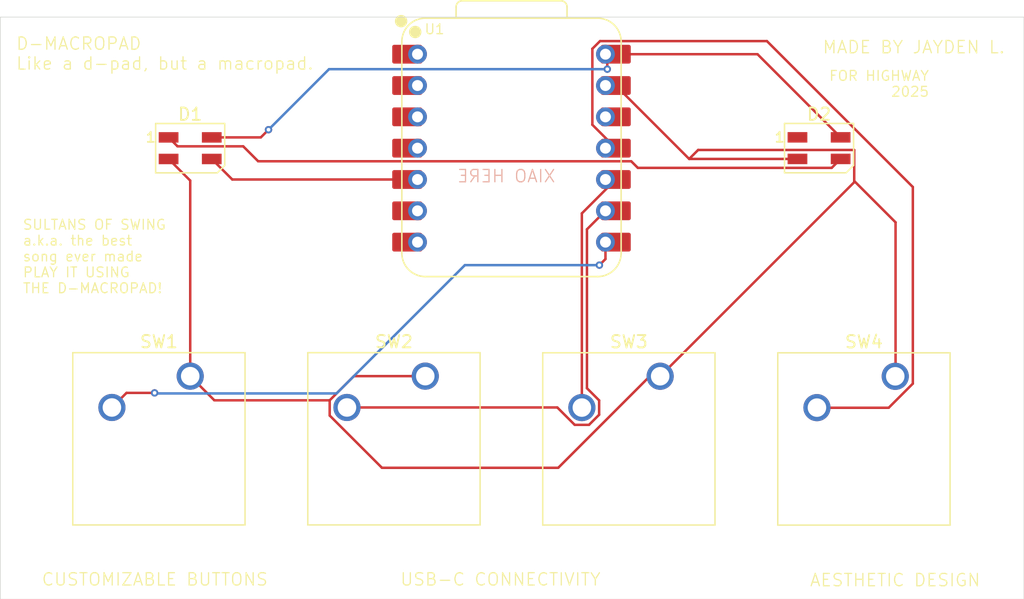
<source format=kicad_pcb>
(kicad_pcb (version 20241229) (generator "pcbnew") (generator_version "9.0")
  (layers (0 "F.Cu" signal) (2 "B.Cu" signal) (13 "F.Paste" user) (15 "B.Paste" user) (5 "F.SilkS" user "F.Silkscreen") (7 "B.SilkS" user "B.Silkscreen") (1 "F.Mask" user) (3 "B.Mask" user) (25 "Edge.Cuts" user))
  (net 0 "")
  (net 1 "Net-(D1-DIN)")
  (net 2 "+5V")
  (net 3 "GND")
  (net 4 "Net-(D1-DOUT)")
  (net 6 "Net-(U1-GPIO1{slash}RX)")
  (net 7 "Net-(U1-GPIO2{slash}SCK)")
  (net 8 "Net-(U1-GPIO4{slash}MISO)")
  (net 9 "Net-(U1-GPIO3{slash}MOSI)")
  (footprint "Button_Switch_Keyboard:SW_Cherry_MX_1.00u_PCB" (layer "F.Cu") (at 177.568 107.925)
    (property "Reference" "SW4" (at -2.54 -2.794 0) (layer "F.SilkS"))
    (property "Value" "SW_Push")
    (fp_line (start -9.525 -1.905) (end 4.445 -1.905) (stroke (width 0.12)) (layer "F.SilkS"))
    (fp_line (start -9.525 12.065) (end -9.525 -1.905) (stroke (width 0.12)) (layer "F.SilkS"))
    (fp_line (start 4.445 -1.905) (end 4.445 12.065) (stroke (width 0.12)) (layer "F.SilkS"))
    (fp_line (start 4.445 12.065) (end -9.525 12.065) (stroke (width 0.12)) (layer "F.SilkS"))
    (pad "" np_thru_hole circle (at -7.62 5.08) (size 1.7 1.7) (drill 1.7) (layers "*.Cu" "*.Mask"))
    (pad "" np_thru_hole circle (at -2.54 5.08) (size 4 4) (drill 4) (layers "*.Cu" "*.Mask"))
    (pad "" np_thru_hole circle (at 2.54 5.08) (size 1.7 1.7) (drill 1.7) (layers "*.Cu" "*.Mask"))
    (pad "1" thru_hole circle (at 0 0) (size 2.2 2.2) (drill 1.5) (layers "*.Cu" "*.Mask") (net 3 "GND"))
    (pad "2" thru_hole circle (at -6.35 2.54) (size 2.2 2.2) (drill 1.5) (layers "*.Cu" "*.Mask") (net 9 "Net-(U1-GPIO3{slash}MOSI)"))
  )
  (footprint "LED_SMD:LED_SK6812MINI_PLCC4_3.5x3.5mm_P1.75mm" (layer "F.Cu") (at 120.395 89.427)
    (property "Reference" "D1" (at 0 -2.75 0) (layer "F.SilkS"))
    (property "Value" "SK6812MINI")
    (fp_line (start -2.8 -2) (end -2.8 2) (stroke (width 0.12)) (layer "F.SilkS"))
    (fp_line (start -2.8 -2) (end 2.8 -2) (stroke (width 0.12)) (layer "F.SilkS"))
    (fp_line (start -2.8 2) (end 2.2 2) (stroke (width 0.12)) (layer "F.SilkS"))
    (fp_line (start 2.8 1.4) (end 2.2 2) (stroke (width 0.12)) (layer "F.SilkS"))
    (fp_line (start 2.8 1.4) (end 2.8 -2) (stroke (width 0.12)) (layer "F.SilkS"))
    (fp_text user "1" (at -3.2 -0.875 0) (layer "F.SilkS") (effects (font (size 0.8 0.8))))
    (pad "1" smd rect (at -1.75 -0.875) (size 1.6 0.85) (layers "F.Cu" "F.Mask" "F.Paste") (net 4 "Net-(D1-DOUT)"))
    (pad "2" smd rect (at -1.75 0.875) (size 1.6 0.85) (layers "F.Cu" "F.Mask" "F.Paste") (net 3 "GND"))
    (pad "3" smd rect (at 1.75 0.875) (size 1.6 0.85) (layers "F.Cu" "F.Mask" "F.Paste") (net 1 "Net-(D1-DIN)"))
    (pad "4" smd rect (at 1.75 -0.875) (size 1.6 0.85) (layers "F.Cu" "F.Mask" "F.Paste") (net 2 "+5V"))
  )
  (footprint "Button_Switch_Keyboard:SW_Cherry_MX_1.00u_PCB" (layer "F.Cu") (at 139.459 107.912)
    (property "Reference" "SW2" (at -2.54 -2.794 0) (layer "F.SilkS"))
    (property "Value" "SW_Push")
    (fp_line (start -9.525 -1.905) (end 4.445 -1.905) (stroke (width 0.12)) (layer "F.SilkS"))
    (fp_line (start -9.525 12.065) (end -9.525 -1.905) (stroke (width 0.12)) (layer "F.SilkS"))
    (fp_line (start 4.445 -1.905) (end 4.445 12.065) (stroke (width 0.12)) (layer "F.SilkS"))
    (fp_line (start 4.445 12.065) (end -9.525 12.065) (stroke (width 0.12)) (layer "F.SilkS"))
    (pad "" np_thru_hole circle (at -7.62 5.08) (size 1.7 1.7) (drill 1.7) (layers "*.Cu" "*.Mask"))
    (pad "" np_thru_hole circle (at -2.54 5.08) (size 4 4) (drill 4) (layers "*.Cu" "*.Mask"))
    (pad "" np_thru_hole circle (at 2.54 5.08) (size 1.7 1.7) (drill 1.7) (layers "*.Cu" "*.Mask"))
    (pad "1" thru_hole circle (at 0 0) (size 2.2 2.2) (drill 1.5) (layers "*.Cu" "*.Mask") (net 3 "GND"))
    (pad "2" thru_hole circle (at -6.35 2.54) (size 2.2 2.2) (drill 1.5) (layers "*.Cu" "*.Mask") (net 7 "Net-(U1-GPIO2{slash}SCK)"))
  )
  (footprint "Button_Switch_Keyboard:SW_Cherry_MX_1.00u_PCB" (layer "F.Cu") (at 158.506 107.92)
    (property "Reference" "SW3" (at -2.54 -2.794 0) (layer "F.SilkS"))
    (property "Value" "SW_Push")
    (fp_line (start -9.525 -1.905) (end 4.445 -1.905) (stroke (width 0.12)) (layer "F.SilkS"))
    (fp_line (start -9.525 12.065) (end -9.525 -1.905) (stroke (width 0.12)) (layer "F.SilkS"))
    (fp_line (start 4.445 -1.905) (end 4.445 12.065) (stroke (width 0.12)) (layer "F.SilkS"))
    (fp_line (start 4.445 12.065) (end -9.525 12.065) (stroke (width 0.12)) (layer "F.SilkS"))
    (pad "" np_thru_hole circle (at -7.62 5.08) (size 1.7 1.7) (drill 1.7) (layers "*.Cu" "*.Mask"))
    (pad "" np_thru_hole circle (at -2.54 5.08) (size 4 4) (drill 4) (layers "*.Cu" "*.Mask"))
    (pad "" np_thru_hole circle (at 2.54 5.08) (size 1.7 1.7) (drill 1.7) (layers "*.Cu" "*.Mask"))
    (pad "1" thru_hole circle (at 0 0) (size 2.2 2.2) (drill 1.5) (layers "*.Cu" "*.Mask") (net 3 "GND"))
    (pad "2" thru_hole circle (at -6.35 2.54) (size 2.2 2.2) (drill 1.5) (layers "*.Cu" "*.Mask") (net 8 "Net-(U1-GPIO4{slash}MISO)"))
  )
  (footprint "OPL:XIAO-RP2040-DIP" (layer "F.Cu") (at 146.45 89.426)
    (property "Reference" "U1" (at -6.238 -9.649 0) (layer "F.SilkS") (effects (font (size 0.8 0.8) (thickness 0.1016))))
    (property "Value" "XIAO-RP2040-DIP")
    (fp_line (start -8.89 8.509) (end -8.89 -8.636) (stroke (width 0.127)) (layer "F.SilkS"))
    (fp_line (start -6.985 10.414) (end 6.985 10.414) (stroke (width 0.127)) (layer "F.SilkS"))
    (fp_line (start -4.495 -10.541) (end -4.491272 -11.451272) (stroke (width 0.127)) (layer "F.SilkS"))
    (fp_line (start -3.991272 -11.951) (end 4.004 -11.951) (stroke (width 0.127)) (layer "F.SilkS"))
    (fp_line (start 4.504 -11.451) (end 4.504 -10.541) (stroke (width 0.127)) (layer "F.SilkS"))
    (fp_line (start 6.985 -10.541) (end -6.985 -10.541) (stroke (width 0.1)) (layer "F.SilkS"))
    (fp_line (start 6.985 -10.541) (end -6.985 -10.541) (stroke (width 0.127)) (layer "F.SilkS"))
    (fp_line (start 8.89 8.509) (end 8.89 -8.636) (stroke (width 0.127)) (layer "F.SilkS"))
    (fp_arc (start -8.89 -8.636) (mid -8.332038 -9.983038) (end -6.985 -10.541) (stroke (width 0.127)) (layer "F.SilkS"))
    (fp_arc (start -6.985 10.414) (mid -8.332038 9.856038) (end -8.89 8.509) (stroke (width 0.127)) (layer "F.SilkS"))
    (fp_arc (start -4.491272 -11.451272) (mid -4.344728 -11.80464) (end -3.991272 -11.951) (stroke (width 0.127)) (layer "F.SilkS"))
    (fp_arc (start 4.004 -11.951) (mid 4.357553 -11.804553) (end 4.504 -11.451) (stroke (width 0.127)) (layer "F.SilkS"))
    (fp_arc (start 6.985 -10.541) (mid 8.332038 -9.983038) (end 8.89 -8.636) (stroke (width 0.127)) (layer "F.SilkS"))
    (fp_arc (start 8.89 8.509) (mid 8.332038 9.856038) (end 6.985 10.414) (stroke (width 0.127)) (layer "F.SilkS"))
    (fp_circle (center -8.95 -10.3) (end -8.95 -10.554) (stroke (width 0.5)) (fill yes) (layer "F.SilkS"))
    (fp_circle (center -7.807 -9.42) (end -7.807 -9.674) (stroke (width 0.5)) (fill yes) (layer "F.SilkS"))
    (pad "1" smd roundrect (at -8.455 -7.62 180) (size 2.432 1.524) (layers "F.Cu" "F.Mask") (roundrect_rratio 0.1))
    (pad "1" thru_hole circle (at -7.62 -7.62 180) (size 1.524 1.524) (drill 0.889) (layers "*.Cu" "*.Mask"))
    (pad "2" smd roundrect (at -8.455 -5.08 180) (size 2.432 1.524) (layers "F.Cu" "F.Mask") (roundrect_rratio 0.1))
    (pad "2" thru_hole circle (at -7.62 -5.08 180) (size 1.524 1.524) (drill 0.889) (layers "*.Cu" "*.Mask"))
    (pad "3" smd roundrect (at -8.455 -2.54 180) (size 2.432 1.524) (layers "F.Cu" "F.Mask") (roundrect_rratio 0.1))
    (pad "3" thru_hole circle (at -7.62 -2.54 180) (size 1.524 1.524) (drill 0.889) (layers "*.Cu" "*.Mask"))
    (pad "4" smd roundrect (at -8.455 0 180) (size 2.432 1.524) (layers "F.Cu" "F.Mask") (roundrect_rratio 0.1))
    (pad "4" thru_hole circle (at -7.62 0 180) (size 1.524 1.524) (drill 0.889) (layers "*.Cu" "*.Mask"))
    (pad "5" smd roundrect (at -8.455 2.54 180) (size 2.432 1.524) (layers "F.Cu" "F.Mask") (roundrect_rratio 0.1) (net 1 "Net-(D1-DIN)"))
    (pad "5" thru_hole circle (at -7.62 2.54 180) (size 1.524 1.524) (drill 0.889) (layers "*.Cu" "*.Mask") (net 1 "Net-(D1-DIN)"))
    (pad "6" smd roundrect (at -8.455 5.08 180) (size 2.432 1.524) (layers "F.Cu" "F.Mask") (roundrect_rratio 0.1))
    (pad "6" thru_hole circle (at -7.62 5.08 180) (size 1.524 1.524) (drill 0.889) (layers "*.Cu" "*.Mask"))
    (pad "7" smd roundrect (at -8.455 7.62 180) (size 2.432 1.524) (layers "F.Cu" "F.Mask") (roundrect_rratio 0.1))
    (pad "7" thru_hole circle (at -7.62 7.62 180) (size 1.524 1.524) (drill 0.889) (layers "*.Cu" "*.Mask"))
    (pad "8" thru_hole circle (at 7.62 7.62) (size 1.524 1.524) (drill 0.889) (layers "*.Cu" "*.Mask") (net 6 "Net-(U1-GPIO1{slash}RX)"))
    (pad "8" smd roundrect (at 8.455 7.62) (size 2.432 1.524) (layers "F.Cu" "F.Mask") (roundrect_rratio 0.1) (net 6 "Net-(U1-GPIO1{slash}RX)"))
    (pad "9" thru_hole circle (at 7.62 5.08) (size 1.524 1.524) (drill 0.889) (layers "*.Cu" "*.Mask") (net 7 "Net-(U1-GPIO2{slash}SCK)"))
    (pad "9" smd roundrect (at 8.455 5.08) (size 2.432 1.524) (layers "F.Cu" "F.Mask") (roundrect_rratio 0.1) (net 7 "Net-(U1-GPIO2{slash}SCK)"))
    (pad "10" thru_hole circle (at 7.62 2.54) (size 1.524 1.524) (drill 0.889) (layers "*.Cu" "*.Mask") (net 8 "Net-(U1-GPIO4{slash}MISO)"))
    (pad "10" smd roundrect (at 8.455 2.54) (size 2.432 1.524) (layers "F.Cu" "F.Mask") (roundrect_rratio 0.1) (net 8 "Net-(U1-GPIO4{slash}MISO)"))
    (pad "11" thru_hole circle (at 7.62 0) (size 1.524 1.524) (drill 0.889) (layers "*.Cu" "*.Mask") (net 9 "Net-(U1-GPIO3{slash}MOSI)"))
    (pad "11" smd roundrect (at 8.455 0) (size 2.432 1.524) (layers "F.Cu" "F.Mask") (roundrect_rratio 0.1) (net 9 "Net-(U1-GPIO3{slash}MOSI)"))
    (pad "12" thru_hole circle (at 7.62 -2.54) (size 1.524 1.524) (drill 0.889) (layers "*.Cu" "*.Mask"))
    (pad "12" smd roundrect (at 8.455 -2.54) (size 2.432 1.524) (layers "F.Cu" "F.Mask") (roundrect_rratio 0.1))
    (pad "13" thru_hole circle (at 7.62 -5.08) (size 1.524 1.524) (drill 0.889) (layers "*.Cu" "*.Mask") (net 3 "GND"))
    (pad "13" smd roundrect (at 8.455 -5.08) (size 2.432 1.524) (layers "F.Cu" "F.Mask") (roundrect_rratio 0.1) (net 3 "GND"))
    (pad "14" thru_hole circle (at 7.62 -7.62) (size 1.524 1.524) (drill 0.889) (layers "*.Cu" "*.Mask") (net 2 "+5V"))
    (pad "14" smd roundrect (at 8.455 -7.62) (size 2.432 1.524) (layers "F.Cu" "F.Mask") (roundrect_rratio 0.1) (net 2 "+5V"))
  )
  (footprint "Button_Switch_Keyboard:SW_Cherry_MX_1.00u_PCB" (layer "F.Cu") (at 120.399 107.913)
    (property "Reference" "SW1" (at -2.54 -2.794 0) (layer "F.SilkS"))
    (property "Value" "SW_Push")
    (fp_line (start -9.525 -1.905) (end 4.445 -1.905) (stroke (width 0.12)) (layer "F.SilkS"))
    (fp_line (start -9.525 12.065) (end -9.525 -1.905) (stroke (width 0.12)) (layer "F.SilkS"))
    (fp_line (start 4.445 -1.905) (end 4.445 12.065) (stroke (width 0.12)) (layer "F.SilkS"))
    (fp_line (start 4.445 12.065) (end -9.525 12.065) (stroke (width 0.12)) (layer "F.SilkS"))
    (pad "" np_thru_hole circle (at -7.62 5.08) (size 1.7 1.7) (drill 1.7) (layers "*.Cu" "*.Mask"))
    (pad "" np_thru_hole circle (at -2.54 5.08) (size 4 4) (drill 4) (layers "*.Cu" "*.Mask"))
    (pad "" np_thru_hole circle (at 2.54 5.08) (size 1.7 1.7) (drill 1.7) (layers "*.Cu" "*.Mask"))
    (pad "1" thru_hole circle (at 0 0) (size 2.2 2.2) (drill 1.5) (layers "*.Cu" "*.Mask") (net 3 "GND"))
    (pad "2" thru_hole circle (at -6.35 2.54) (size 2.2 2.2) (drill 1.5) (layers "*.Cu" "*.Mask") (net 6 "Net-(U1-GPIO1{slash}RX)"))
  )
  (footprint "LED_SMD:LED_SK6812MINI_PLCC4_3.5x3.5mm_P1.75mm" (layer "F.Cu") (at 171.389 89.423)
    (property "Reference" "D2" (at 0 -2.75 0) (layer "F.SilkS"))
    (property "Value" "SK6812MINI")
    (fp_line (start -2.8 -2) (end -2.8 2) (stroke (width 0.12)) (layer "F.SilkS"))
    (fp_line (start -2.8 -2) (end 2.8 -2) (stroke (width 0.12)) (layer "F.SilkS"))
    (fp_line (start -2.8 2) (end 2.2 2) (stroke (width 0.12)) (layer "F.SilkS"))
    (fp_line (start 2.8 1.4) (end 2.2 2) (stroke (width 0.12)) (layer "F.SilkS"))
    (fp_line (start 2.8 1.4) (end 2.8 -2) (stroke (width 0.12)) (layer "F.SilkS"))
    (fp_text user "1" (at -3.2 -0.875 0) (layer "F.SilkS") (effects (font (size 0.8 0.8))))
    (pad "1" smd rect (at -1.75 -0.875) (size 1.6 0.85) (layers "F.Cu" "F.Mask" "F.Paste"))
    (pad "2" smd rect (at -1.75 0.875) (size 1.6 0.85) (layers "F.Cu" "F.Mask" "F.Paste") (net 3 "GND"))
    (pad "3" smd rect (at 1.75 0.875) (size 1.6 0.85) (layers "F.Cu" "F.Mask" "F.Paste") (net 4 "Net-(D1-DOUT)"))
    (pad "4" smd rect (at 1.75 -0.875) (size 1.6 0.85) (layers "F.Cu" "F.Mask" "F.Paste") (net 2 "+5V"))
  )
  (gr_rect (start 105 78.8) (end 188 126) (stroke (width 0.05)) (fill no) (layer "Edge.Cuts"))
  (gr_text "D-MACROPAD\nLike a d-pad, but a macropad." (at 106.226 83.142 0) (layer "F.SilkS") (effects (font (size 1 1) (thickness 0.1)) (justify left bottom)))
  (gr_text "AESTHETIC DESIGN" (at 170.589 125.035 0) (layer "F.SilkS") (effects (font (size 1 1) (thickness 0.1)) (justify left bottom)))
  (gr_text "SULTANS OF SWING\na.k.a. the best\nsong ever made\nPLAY IT USING \nTHE D-MACROPAD!" (at 106.777153 101.248696 0) (layer "F.SilkS") (effects (font (size 0.8 0.8) (thickness 0.1)) (justify left bottom)))
  (gr_text "MADE BY JAYDEN L." (at 171.623 81.82 0) (layer "F.SilkS") (effects (font (size 1 1) (thickness 0.1)) (justify left bottom)))
  (gr_text "FOR HIGHWAY\n2025" (at 180.36 85.316 0) (layer "F.SilkS") (effects (font (size 0.8 0.8) (thickness 0.1)) (justify right bottom)))
  (gr_text "CUSTOMIZABLE BUTTONS" (at 108.295 124.977 0) (layer "F.SilkS") (effects (font (size 1 1) (thickness 0.1)) (justify left bottom)))
  (gr_text "USB-C CONNECTIVITY" (at 137.373 124.977 0) (layer "F.SilkS") (effects (font (size 1 1) (thickness 0.1)) (justify left bottom)))
  (gr_text "XIAO HERE" (at 150.073 92.279 0) (layer "B.SilkS") (effects (font (size 1 1) (thickness 0.1)) (justify left bottom mirror)))
  (segment (start 122.145 90.302) (end 123.809 91.966) (width 0.2) (layer "F.Cu") (net 1))
  (segment (start 123.809 91.966) (end 137.995 91.966) (width 0.2) (layer "F.Cu") (net 1))
  (segment (start 122.145 88.552) (end 126.124 88.552) (width 0.2) (layer "F.Cu") (net 2))
  (segment (start 166.397 81.806) (end 154.905 81.806) (width 0.2) (layer "F.Cu") (net 2))
  (segment (start 173.139 88.548) (end 166.397 81.806) (width 0.2) (layer "F.Cu") (net 2))
  (segment (start 126.124 88.552) (end 126.748 87.928) (width 0.2) (layer "F.Cu") (net 2))
  (segment (start 154.218 83.02) (end 154.218 81.954) (width 0.2) (layer "F.Cu") (net 2))
  (segment (start 154.218 81.954) (end 154.07 81.806) (width 0.2) (layer "F.Cu") (net 2))
  (via (at 154.218 83.02) (size 0.6) (drill 0.3) (layers "F.Cu" "B.Cu") (net 2))
  (via (at 126.748 87.928) (size 0.6) (drill 0.3) (layers "F.Cu" "B.Cu") (net 2))
  (segment (start 126.748 87.928) (end 131.656 83.02) (width 0.2) (layer "B.Cu") (net 2))
  (segment (start 131.656 83.02) (end 154.218 83.02) (width 0.2) (layer "B.Cu") (net 2))
  (segment (start 177.593 107.937) (end 177.593 95.439) (width 0.2) (layer "F.Cu") (net 3))
  (segment (start 169.639 90.298) (end 160.857 90.298) (width 0.2) (layer "F.Cu") (net 3))
  (segment (start 177.593 95.439) (end 174.24 92.086) (width 0.2) (layer "F.Cu") (net 3))
  (segment (start 157.66447 107.92) (end 150.24147 115.343) (width 0.2) (layer "F.Cu") (net 3))
  (segment (start 174.24 92.086) (end 174.24 92.186) (width 0.2) (layer "F.Cu") (net 3))
  (segment (start 160.857 90.298) (end 154.905 84.346) (width 0.2) (layer "F.Cu") (net 3))
  (segment (start 174.24 92.186) (end 158.506 107.92) (width 0.2) (layer "F.Cu") (net 3))
  (segment (start 161.583 89.572) (end 174.24 89.572) (width 0.2) (layer "F.Cu") (net 3))
  (segment (start 135.945184 115.343) (end 131.708 111.105816) (width 0.2) (layer "F.Cu") (net 3))
  (segment (start 131.708 109.871686) (end 133.667686 107.912) (width 0.2) (layer "F.Cu") (net 3))
  (segment (start 122.357686 109.871686) (end 120.399 107.913) (width 0.2) (layer "F.Cu") (net 3))
  (segment (start 174.24 89.572) (end 174.24 92.086) (width 0.2) (layer "F.Cu") (net 3))
  (segment (start 158.506 107.92) (end 157.66447 107.92) (width 0.2) (layer "F.Cu") (net 3))
  (segment (start 131.708 111.105816) (end 131.708 109.871686) (width 0.2) (layer "F.Cu") (net 3))
  (segment (start 150.24147 115.343) (end 135.945184 115.343) (width 0.2) (layer "F.Cu") (net 3))
  (segment (start 160.857 90.298) (end 161.583 89.572) (width 0.2) (layer "F.Cu") (net 3))
  (segment (start 120.399 107.913) (end 120.399 92.056) (width 0.2) (layer "F.Cu") (net 3))
  (segment (start 133.667686 107.912) (end 139.459 107.912) (width 0.2) (layer "F.Cu") (net 3))
  (segment (start 131.708 109.871686) (end 122.357686 109.871686) (width 0.2) (layer "F.Cu") (net 3))
  (segment (start 155.534384 84.33875) (end 154.065 84.33875) (width 0.2) (layer "F.Cu") (net 3))
  (segment (start 120.399 92.056) (end 118.645 90.302) (width 0.2) (layer "F.Cu") (net 3))
  (segment (start 125.909 90.489) (end 124.698 89.278) (width 0.2) (layer "F.Cu") (net 4))
  (segment (start 173.139 90.298) (end 172.413 91.024) (width 0.2) (layer "F.Cu") (net 4))
  (segment (start 156.695626 91.024) (end 156.160626 90.489) (width 0.2) (layer "F.Cu") (net 4))
  (segment (start 119.371 89.278) (end 118.645 88.552) (width 0.2) (layer "F.Cu") (net 4))
  (segment (start 172.413 91.024) (end 156.695626 91.024) (width 0.2) (layer "F.Cu") (net 4))
  (segment (start 124.698 89.278) (end 119.371 89.278) (width 0.2) (layer "F.Cu") (net 4))
  (segment (start 156.160626 90.489) (end 125.909 90.489) (width 0.2) (layer "F.Cu") (net 4))
  (segment (start 153.577 98.91) (end 154.07 98.417) (width 0.2) (layer "F.Cu") (net 6))
  (segment (start 115.233 109.269) (end 117.51 109.269) (width 0.2) (layer "F.Cu") (net 6))
  (segment (start 154.07 98.417) (end 154.07 97.046) (width 0.2) (layer "F.Cu") (net 6))
  (segment (start 114.049 110.453) (end 115.233 109.269) (width 0.2) (layer "F.Cu") (net 6))
  (via (at 117.51 109.269) (size 0.6) (drill 0.3) (layers "F.Cu" "B.Cu") (net 6))
  (via (at 153.577 98.91) (size 0.6) (drill 0.3) (layers "F.Cu" "B.Cu") (net 6))
  (segment (start 117.51 109.269) (end 117.555 109.314) (width 0.2) (layer "B.Cu") (net 6))
  (segment (start 142.669686 98.91) (end 153.577 98.91) (width 0.2) (layer "B.Cu") (net 6))
  (segment (start 117.555 109.314) (end 132.265686 109.314) (width 0.2) (layer "B.Cu") (net 6))
  (segment (start 132.265686 109.314) (end 142.669686 98.91) (width 0.2) (layer "B.Cu") (net 6))
  (segment (start 151.575686 111.861) (end 152.736314 111.861) (width 0.2) (layer "F.Cu") (net 7))
  (segment (start 153.557 109.879686) (end 152.569 108.891686) (width 0.2) (layer "F.Cu") (net 7))
  (segment (start 152.736314 111.861) (end 153.557 111.040314) (width 0.2) (layer "F.Cu") (net 7))
  (segment (start 133.109 110.452) (end 150.166686 110.452) (width 0.2) (layer "F.Cu") (net 7))
  (segment (start 153.557 111.040314) (end 153.557 109.879686) (width 0.2) (layer "F.Cu") (net 7))
  (segment (start 150.166686 110.452) (end 151.575686 111.861) (width 0.2) (layer "F.Cu") (net 7))
  (segment (start 152.569 108.891686) (end 152.569 96.007) (width 0.2) (layer "F.Cu") (net 7))
  (segment (start 152.569 96.007) (end 154.07 94.506) (width 0.2) (layer "F.Cu") (net 7))
  (segment (start 152.156 110.46) (end 152.156 94.715) (width 0.2) (layer "F.Cu") (net 8))
  (segment (start 152.156 94.715) (end 154.905 91.966) (width 0.2) (layer "F.Cu") (net 8))
  (segment (start 153.62969 80.743) (end 153.007 81.36569) (width 0.2) (layer "F.Cu") (net 9))
  (segment (start 167.161 80.743) (end 153.62969 80.743) (width 0.2) (layer "F.Cu") (net 9))
  (segment (start 153.007 81.36569) (end 153.007 87.528) (width 0.2) (layer "F.Cu") (net 9))
  (segment (start 177.034314 110.477) (end 178.994 108.517314) (width 0.2) (layer "F.Cu") (net 9))
  (segment (start 178.994 92.576) (end 167.161 80.743) (width 0.2) (layer "F.Cu") (net 9))
  (segment (start 178.994 108.517314) (end 178.994 92.576) (width 0.2) (layer "F.Cu") (net 9))
  (segment (start 171.243 110.477) (end 177.034314 110.477) (width 0.2) (layer "F.Cu") (net 9))
  (segment (start 153.007 87.528) (end 154.905 89.426) (width 0.2) (layer "F.Cu") (net 9))
)
</source>
